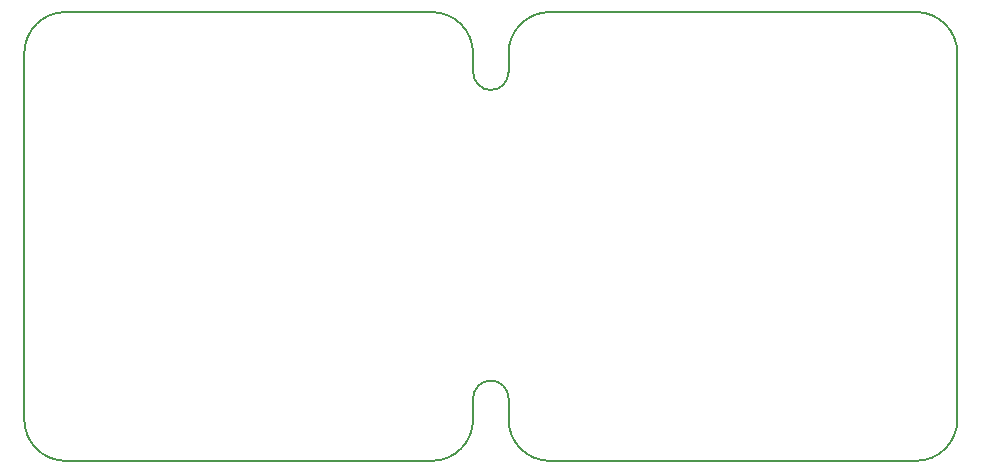
<source format=gbr>
%TF.GenerationSoftware,KiCad,Pcbnew,(6.0.1-0)*%
%TF.CreationDate,2022-02-22T17:31:55+01:00*%
%TF.ProjectId,ethersweep,65746865-7273-4776-9565-702e6b696361,2.0.1*%
%TF.SameCoordinates,Original*%
%TF.FileFunction,Other,ECO2*%
%FSLAX46Y46*%
G04 Gerber Fmt 4.6, Leading zero omitted, Abs format (unit mm)*
G04 Created by KiCad (PCBNEW (6.0.1-0)) date 2022-02-22 17:31:55*
%MOMM*%
%LPD*%
G01*
G04 APERTURE LIST*
%TA.AperFunction,Profile*%
%ADD10C,0.150000*%
%TD*%
G04 APERTURE END LIST*
D10*
X184100000Y-31800000D02*
X184100000Y-30200000D01*
X184100000Y-60700000D02*
X184100000Y-59400000D01*
X180600000Y-26700000D02*
X149600000Y-26700000D01*
X149600000Y-26700000D02*
G75*
G03*
X146100000Y-30200000I-1J-3499999D01*
G01*
X184100000Y-30200000D02*
G75*
G03*
X180600000Y-26700000I-3499999J1D01*
G01*
X180600000Y-64700000D02*
G75*
G03*
X184100000Y-61200000I1J3499999D01*
G01*
X146100000Y-30200000D02*
X146100000Y-61200000D01*
X149600000Y-64700000D02*
X180600000Y-64700000D01*
X146100000Y-61200000D02*
G75*
G03*
X149600000Y-64700000I3499999J-1D01*
G01*
X184100000Y-61200000D02*
X184100000Y-60700000D01*
X225100000Y-61200000D02*
X225100000Y-30200000D01*
X190600000Y-64700000D02*
X221600000Y-64700000D01*
X187100000Y-61200000D02*
G75*
G03*
X190600000Y-64700000I3499999J-1D01*
G01*
X221600000Y-64700000D02*
G75*
G03*
X225100000Y-61200000I1J3499999D01*
G01*
X190600000Y-26700000D02*
G75*
G03*
X187100000Y-30200000I-1J-3499999D01*
G01*
X190600000Y-26700000D02*
X221600000Y-26700000D01*
X187100000Y-30200000D02*
X187100000Y-30700000D01*
X187100000Y-61200000D02*
X187100000Y-59400000D01*
X187100000Y-31800000D02*
X187100000Y-30700000D01*
X225100000Y-30200000D02*
G75*
G03*
X221600000Y-26700000I-3499999J1D01*
G01*
X184099404Y-31800002D02*
G75*
G03*
X187100000Y-31800000I1500298J-298D01*
G01*
X187100596Y-59399998D02*
G75*
G03*
X184100000Y-59400000I-1500298J298D01*
G01*
M02*

</source>
